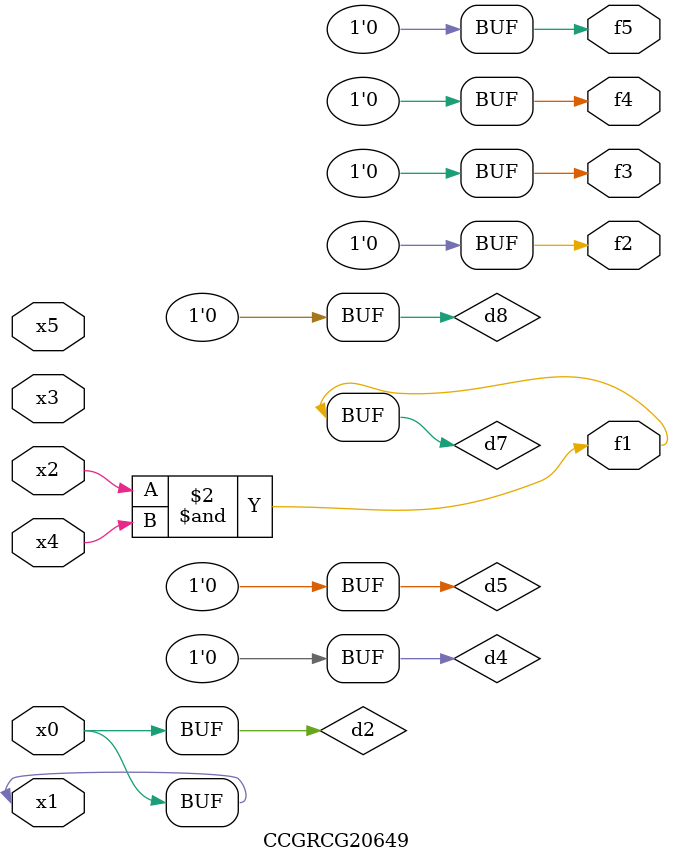
<source format=v>
module CCGRCG20649(
	input x0, x1, x2, x3, x4, x5,
	output f1, f2, f3, f4, f5
);

	wire d1, d2, d3, d4, d5, d6, d7, d8, d9;

	nand (d1, x1);
	buf (d2, x0, x1);
	nand (d3, x2, x4);
	and (d4, d1, d2);
	and (d5, d1, d2);
	nand (d6, d1, d3);
	not (d7, d3);
	xor (d8, d5);
	nor (d9, d5, d6);
	assign f1 = d7;
	assign f2 = d8;
	assign f3 = d8;
	assign f4 = d8;
	assign f5 = d8;
endmodule

</source>
